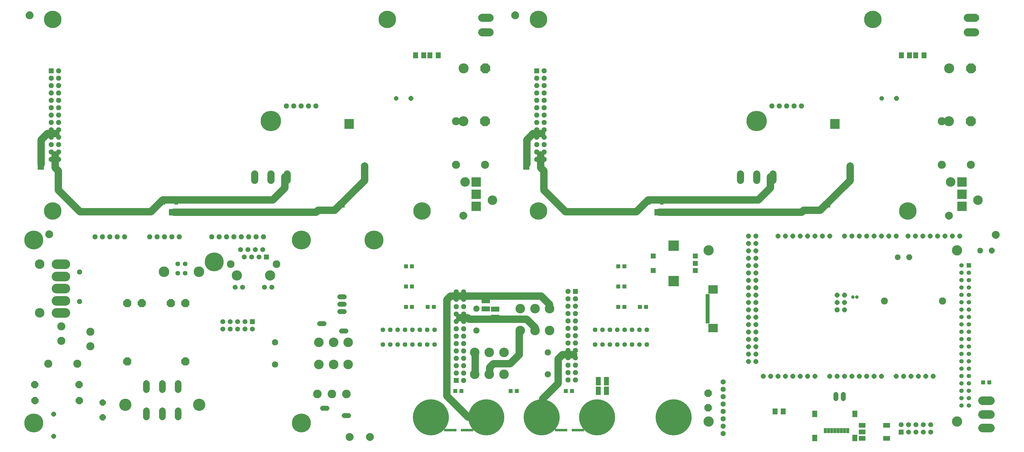
<source format=gbs>
G75*
G70*
%OFA0B0*%
%FSLAX24Y24*%
%IPPOS*%
%LPD*%
%AMOC8*
5,1,8,0,0,1.08239X$1,22.5*
%
%ADD10C,0.1000*%
%ADD11C,0.0973*%
%ADD12C,0.2759*%
%ADD13R,0.0674X0.0674*%
%ADD14OC8,0.0674*%
%ADD15C,0.1360*%
%ADD16OC8,0.1360*%
%ADD17C,0.1100*%
%ADD18OC8,0.0640*%
%ADD19OC8,0.0600*%
%ADD20OC8,0.0973*%
%ADD21C,0.0907*%
%ADD22OC8,0.0840*%
%ADD23C,0.1653*%
%ADD24C,0.1100*%
%ADD25C,0.0674*%
%ADD26C,0.0674*%
%ADD27C,0.0640*%
%ADD28C,0.1436*%
%ADD29C,0.1039*%
%ADD30C,0.1386*%
%ADD31OC8,0.0680*%
%ADD32C,0.0477*%
%ADD33C,0.0946*%
%ADD34OC8,0.0946*%
%ADD35OC8,0.0634*%
%ADD36C,0.1299*%
%ADD37C,0.0848*%
%ADD38C,0.4885*%
%ADD39R,0.0552X0.0552*%
%ADD40C,0.1172*%
%ADD41C,0.0595*%
%ADD42R,0.0595X0.0595*%
%ADD43C,0.0634*%
%ADD44R,0.0710X0.0789*%
%ADD45C,0.0095*%
%ADD46C,0.0050*%
%ADD47C,0.0780*%
%ADD48OC8,0.0780*%
%ADD49C,0.1299*%
%ADD50R,0.0710X0.1143*%
%ADD51R,0.1143X0.0710*%
%ADD52R,0.0710X0.0790*%
%ADD53OC8,0.0996*%
%ADD54R,0.1680X0.0380*%
%ADD55R,0.1287X0.1169*%
%ADD56R,0.0552X0.0198*%
%ADD57R,0.1393X0.1393*%
%ADD58OC8,0.1100*%
%ADD59C,0.0680*%
%ADD60C,0.1169*%
%ADD61R,0.0395X0.0671*%
%ADD62R,0.0651X0.0867*%
%ADD63R,0.1299X0.1299*%
%ADD64R,0.0516X0.0516*%
%ADD65C,0.2365*%
%ADD66C,0.2562*%
D10*
X061012Y009503D02*
X063862Y006653D01*
X066287Y006653D01*
X066312Y006628D01*
X061012Y009503D02*
X061012Y022528D01*
X061012Y022553D02*
X061512Y023053D01*
X072962Y023053D01*
X073062Y023053D02*
X073787Y023053D01*
X074912Y021928D01*
X074912Y021403D01*
X072987Y018753D02*
X071812Y019928D01*
X064012Y019928D01*
X063812Y020128D01*
X062737Y020128D01*
X070812Y018303D02*
X070812Y015128D01*
X069562Y013878D01*
X067312Y013878D01*
X066812Y013378D01*
X066812Y012453D01*
X064837Y012553D02*
X064837Y015353D01*
X072987Y018453D02*
X072987Y018753D01*
X076687Y015103D02*
X076087Y014503D01*
X076087Y011228D01*
X073962Y009103D01*
X073962Y006703D01*
X076687Y015103D02*
X078162Y015103D01*
X077079Y034478D02*
X086679Y034478D01*
X088279Y036078D01*
X103179Y036078D01*
X104754Y037653D01*
X104804Y037728D02*
X104804Y039228D01*
X109304Y034678D02*
X111554Y034678D01*
X115604Y038728D01*
X115604Y040678D01*
X109304Y034678D02*
X109054Y034428D01*
X089779Y034428D01*
X077079Y034478D02*
X074154Y037403D01*
X074154Y040003D01*
X073704Y040453D01*
X073704Y042178D01*
X071829Y040903D02*
X071829Y044228D01*
X072679Y045078D01*
X073829Y045078D01*
X049856Y040678D02*
X049856Y038728D01*
X045806Y034678D01*
X043556Y034678D01*
X043306Y034428D01*
X024031Y034428D01*
X022531Y036078D02*
X037431Y036078D01*
X039006Y037653D01*
X039056Y037728D02*
X039056Y039228D01*
X022531Y036078D02*
X020931Y034478D01*
X011331Y034478D01*
X008406Y037403D01*
X008406Y040003D01*
X007956Y040453D01*
X007956Y042178D01*
X006081Y040903D02*
X006081Y044228D01*
X006931Y045078D01*
X008081Y045078D01*
D11*
X034973Y039622D02*
X034973Y038737D01*
X037173Y038737D02*
X037173Y039622D01*
X039373Y039622D02*
X039373Y038737D01*
X100722Y038737D02*
X100722Y039622D01*
X102922Y039622D02*
X102922Y038737D01*
X105122Y038737D02*
X105122Y039622D01*
D12*
X102922Y046779D03*
X037173Y046779D03*
D13*
X007438Y053594D03*
X036577Y028352D03*
X034662Y019578D03*
X062273Y011618D03*
X078414Y023673D03*
X088945Y026504D03*
X088945Y028472D03*
X094654Y028472D03*
X094654Y027488D03*
X094654Y026504D03*
X122517Y004628D03*
X073186Y053594D03*
D14*
X073186Y052594D03*
X074186Y052594D03*
X074186Y053594D03*
X074186Y051594D03*
X074186Y050594D03*
X073186Y050594D03*
X073186Y051594D03*
X073186Y049594D03*
X074186Y049594D03*
X074186Y048594D03*
X074186Y047594D03*
X073186Y047594D03*
X073186Y048594D03*
X073186Y046594D03*
X073186Y045594D03*
X074186Y045594D03*
X074186Y046594D03*
X074186Y044594D03*
X073186Y044594D03*
X073186Y043594D03*
X073186Y042594D03*
X074186Y042594D03*
X074186Y043594D03*
X074186Y041594D03*
X073186Y041594D03*
X043256Y048803D03*
X042256Y048803D03*
X041256Y048803D03*
X040256Y048803D03*
X039256Y048803D03*
X008438Y048594D03*
X008438Y047594D03*
X007438Y047594D03*
X007438Y048594D03*
X007438Y049594D03*
X008438Y049594D03*
X008438Y050594D03*
X007438Y050594D03*
X007438Y051594D03*
X008438Y051594D03*
X008438Y052594D03*
X007438Y052594D03*
X008438Y053594D03*
X008438Y046594D03*
X008438Y045594D03*
X007438Y045594D03*
X007438Y046594D03*
X007438Y044594D03*
X008438Y044594D03*
X008438Y043594D03*
X008438Y042594D03*
X007438Y042594D03*
X007438Y043594D03*
X007438Y041594D03*
X008438Y041594D03*
X013387Y031078D03*
X014387Y031078D03*
X015387Y031078D03*
X016387Y031078D03*
X017387Y031078D03*
X020762Y031078D03*
X021762Y031078D03*
X022762Y031078D03*
X023762Y031078D03*
X024762Y031078D03*
X029162Y031078D03*
X030162Y031078D03*
X031162Y031078D03*
X032162Y031078D03*
X033162Y031078D03*
X034162Y031078D03*
X035162Y031078D03*
X036162Y031078D03*
X062273Y023618D03*
X063273Y023618D03*
X063273Y022618D03*
X062273Y022618D03*
X062273Y021618D03*
X063273Y021618D03*
X063273Y020618D03*
X062273Y020618D03*
X062273Y019618D03*
X063273Y019618D03*
X063273Y018618D03*
X063273Y017618D03*
X062273Y017618D03*
X062273Y018618D03*
X062273Y016618D03*
X063273Y016618D03*
X063273Y015618D03*
X062273Y015618D03*
X062273Y014618D03*
X063273Y014618D03*
X063273Y013618D03*
X063273Y012618D03*
X062273Y012618D03*
X062273Y013618D03*
X063273Y011618D03*
X077414Y011673D03*
X078414Y011673D03*
X078414Y012673D03*
X077414Y012673D03*
X077414Y013673D03*
X078414Y013673D03*
X078414Y014673D03*
X077414Y014673D03*
X077414Y015673D03*
X077414Y016673D03*
X078414Y016673D03*
X078414Y015673D03*
X078414Y017673D03*
X077414Y017673D03*
X077414Y018673D03*
X078414Y018673D03*
X078414Y019673D03*
X077414Y019673D03*
X077414Y020673D03*
X077414Y021673D03*
X078414Y021673D03*
X078414Y020673D03*
X078414Y022673D03*
X077414Y022673D03*
X077414Y023673D03*
X098417Y011428D03*
X098417Y010428D03*
X098417Y009428D03*
X098417Y008428D03*
X098417Y007428D03*
X098417Y006428D03*
X098417Y005428D03*
X098417Y004428D03*
X105004Y048803D03*
X106004Y048803D03*
X107004Y048803D03*
X108004Y048803D03*
X109004Y048803D03*
D15*
X128978Y046753D03*
X129003Y053903D03*
X063255Y053903D03*
X063230Y046753D03*
D16*
X066183Y046753D03*
X066208Y053903D03*
X131956Y053903D03*
X131931Y046753D03*
D17*
X131504Y058803D02*
X132504Y058803D01*
X132504Y060772D02*
X131504Y060772D01*
X066756Y060772D02*
X065756Y060772D01*
X065756Y058803D02*
X066756Y058803D01*
D18*
X007762Y004053D03*
X007762Y007053D03*
X056131Y049853D03*
X121879Y049853D03*
D19*
X119879Y049853D03*
X054131Y049853D03*
D20*
X011197Y011049D03*
X011222Y008868D03*
X005222Y008868D03*
X005197Y011049D03*
D21*
X020312Y011216D02*
X020312Y010391D01*
X022462Y010391D02*
X022462Y011216D01*
X024612Y011216D02*
X024612Y010391D01*
X024612Y007516D02*
X024612Y006691D01*
X022462Y006691D02*
X022462Y007516D01*
X020312Y007516D02*
X020312Y006691D01*
D22*
X014412Y006628D03*
X014412Y008628D03*
D23*
X017487Y008328D03*
X027487Y008328D03*
D24*
X012730Y016229D03*
X008793Y016977D03*
X012730Y018204D03*
X008793Y018952D03*
X007025Y013893D03*
X010962Y013893D03*
X062243Y040851D03*
X066180Y040851D03*
X066180Y046756D03*
X062243Y046756D03*
X127991Y046756D03*
X131928Y046756D03*
X131928Y040851D03*
X127991Y040851D03*
D25*
X114687Y009725D02*
X114687Y009131D01*
X113687Y009131D02*
X113687Y009725D01*
X047109Y020953D02*
X046515Y020953D01*
X046515Y021953D02*
X047109Y021953D01*
X047109Y022953D02*
X046515Y022953D01*
D26*
X037317Y024234D03*
X036317Y024234D03*
X033337Y024234D03*
X032337Y024234D03*
X033577Y028352D03*
X034577Y028352D03*
X035577Y028352D03*
X035077Y029352D03*
X034077Y029352D03*
X033077Y029352D03*
X036077Y029352D03*
X033662Y019578D03*
X032662Y019578D03*
X031662Y019578D03*
X030662Y019578D03*
X030662Y018578D03*
X031662Y018578D03*
X032662Y018578D03*
X033662Y018578D03*
X034662Y018578D03*
X122517Y005628D03*
X123517Y005628D03*
X124517Y005628D03*
X125517Y005628D03*
X126517Y005628D03*
X126517Y004628D03*
X125517Y004628D03*
X124517Y004628D03*
X123517Y004628D03*
D27*
X025555Y026158D03*
X024571Y026158D03*
X024571Y027418D03*
X025555Y027418D03*
D28*
X027433Y026355D03*
X022693Y026355D03*
D29*
X031727Y027384D03*
X037927Y027384D03*
D30*
X037077Y025852D03*
X032577Y025852D03*
X096425Y029259D03*
X130087Y029259D03*
X130087Y006031D03*
X096425Y006031D03*
D31*
X113837Y021193D03*
X011262Y022328D03*
X011262Y026328D03*
D32*
X115966Y022928D03*
X116517Y022928D03*
D33*
X120237Y022378D03*
D34*
X128107Y022378D03*
D35*
X114837Y022193D03*
X113837Y022193D03*
X113837Y023193D03*
X114837Y023193D03*
X114837Y021193D03*
X102837Y021193D03*
X101837Y021193D03*
X101837Y020193D03*
X102837Y020193D03*
X102837Y019193D03*
X101837Y019193D03*
X101837Y018193D03*
X102837Y018193D03*
X102837Y017193D03*
X101837Y017193D03*
X101837Y016193D03*
X101837Y015193D03*
X102837Y015193D03*
X102837Y016193D03*
X102837Y014193D03*
X101837Y014193D03*
X103837Y012193D03*
X104837Y012193D03*
X105837Y012193D03*
X106837Y012193D03*
X107837Y012193D03*
X108837Y012193D03*
X109837Y012193D03*
X110837Y012193D03*
X112837Y012193D03*
X113837Y012193D03*
X114837Y012193D03*
X115837Y012193D03*
X116837Y012193D03*
X117837Y012193D03*
X118837Y012193D03*
X119837Y012193D03*
X121837Y012193D03*
X122837Y012193D03*
X123837Y012193D03*
X124837Y012193D03*
X125837Y012193D03*
X126837Y012193D03*
X102837Y022193D03*
X101837Y022193D03*
X101837Y023193D03*
X101837Y024193D03*
X102837Y024193D03*
X102837Y023193D03*
X102837Y025193D03*
X101837Y025193D03*
X101837Y026193D03*
X102837Y026193D03*
X102837Y027193D03*
X101837Y027193D03*
X101837Y028193D03*
X101837Y029193D03*
X102837Y029193D03*
X102837Y028193D03*
X102837Y030193D03*
X101837Y030193D03*
X101837Y031193D03*
X102837Y031193D03*
X105837Y031193D03*
X106837Y031193D03*
X107837Y031193D03*
X108837Y031193D03*
X109837Y031193D03*
X110837Y031193D03*
X111837Y031193D03*
X112837Y031193D03*
X114837Y031193D03*
X115837Y031193D03*
X116837Y031193D03*
X117837Y031193D03*
X118837Y031193D03*
X119837Y031193D03*
X120837Y031193D03*
X121837Y031193D03*
X123437Y031193D03*
X124437Y031193D03*
X125437Y031193D03*
X126437Y031193D03*
X127437Y031193D03*
X128437Y031193D03*
X129437Y031193D03*
X130437Y031193D03*
D36*
X132914Y036030D03*
X129213Y038510D03*
X074910Y021342D03*
X072926Y021342D03*
X070941Y021342D03*
X070941Y018365D03*
X072926Y018365D03*
X074910Y018365D03*
X068732Y015417D03*
X066748Y015417D03*
X064764Y015417D03*
X064764Y012440D03*
X066748Y012440D03*
X068732Y012440D03*
X047647Y013790D03*
X045663Y013790D03*
X043679Y013790D03*
X043679Y016767D03*
X045663Y016767D03*
X047647Y016767D03*
X005863Y020764D03*
X005863Y027378D03*
X063465Y038510D03*
X067166Y036030D03*
D37*
X064989Y021342D03*
X064989Y018365D03*
X074685Y015417D03*
X074685Y012440D03*
X037726Y013790D03*
X037726Y016767D03*
D38*
X058847Y006622D03*
X066347Y006622D03*
X073847Y006622D03*
X081347Y006622D03*
X091701Y006622D03*
D39*
X077941Y010165D03*
X077114Y010165D03*
X070461Y010165D03*
X069634Y010165D03*
X062981Y010165D03*
X062154Y010165D03*
X059240Y021582D03*
X058414Y021582D03*
X056288Y021582D03*
X055461Y021582D03*
X055461Y024338D03*
X056288Y024338D03*
X056288Y027094D03*
X055461Y027094D03*
X084201Y027094D03*
X085028Y027094D03*
X085028Y024338D03*
X084201Y024338D03*
X084201Y021582D03*
X085028Y021582D03*
X087154Y021582D03*
X087981Y021582D03*
X133617Y011346D03*
X134444Y011346D03*
D40*
X134563Y008865D02*
X133498Y008865D01*
X133498Y007015D02*
X134563Y007015D01*
X134563Y005165D02*
X133498Y005165D01*
D41*
X131662Y008196D03*
X130662Y008196D03*
X130662Y009196D03*
X131662Y009196D03*
X131662Y010196D03*
X130662Y010196D03*
X130662Y011196D03*
X131662Y011196D03*
X131662Y012196D03*
X130662Y012196D03*
X130662Y013196D03*
X131662Y013196D03*
X131662Y014196D03*
X130662Y014196D03*
X130662Y015196D03*
X131662Y015196D03*
X131662Y016196D03*
X130662Y016196D03*
X130662Y017196D03*
X131662Y017196D03*
X131662Y018196D03*
X130662Y018196D03*
X130662Y019196D03*
X131662Y019196D03*
X131662Y020196D03*
X130662Y020196D03*
X130662Y021196D03*
X131662Y021196D03*
X131662Y022196D03*
X130662Y022196D03*
X130662Y023196D03*
X131662Y023196D03*
X131662Y024196D03*
X130662Y024196D03*
X130662Y025196D03*
X131662Y025196D03*
X131662Y026196D03*
X130662Y026196D03*
X130662Y027196D03*
D42*
X131662Y027196D03*
D43*
X088071Y018464D03*
X087071Y018464D03*
X086071Y018464D03*
X085071Y018464D03*
X084071Y018464D03*
X083071Y018464D03*
X082071Y018464D03*
X081071Y018464D03*
X081071Y016464D03*
X082071Y016464D03*
X083071Y016464D03*
X084071Y016464D03*
X085071Y016464D03*
X086071Y016464D03*
X087071Y016464D03*
X088071Y016464D03*
X059331Y016464D03*
X058331Y016464D03*
X057331Y016464D03*
X056331Y016464D03*
X055331Y016464D03*
X054331Y016464D03*
X053331Y016464D03*
X052331Y016464D03*
X052331Y018464D03*
X053331Y018464D03*
X054331Y018464D03*
X055331Y018464D03*
X056331Y018464D03*
X057331Y018464D03*
X058331Y018464D03*
X059331Y018464D03*
D44*
X105440Y007403D03*
X106543Y007403D03*
X122528Y055678D03*
X123630Y055678D03*
X057882Y055678D03*
X056780Y055678D03*
D45*
X116807Y005271D02*
X117619Y005271D01*
X116807Y005271D02*
X116807Y005807D01*
X117619Y005807D01*
X117619Y005271D01*
X117619Y005365D02*
X116807Y005365D01*
X116807Y005459D02*
X117619Y005459D01*
X117619Y005553D02*
X116807Y005553D01*
X116807Y005647D02*
X117619Y005647D01*
X117619Y005741D02*
X116807Y005741D01*
X116807Y004385D02*
X117619Y004385D01*
X116807Y004385D02*
X116807Y004921D01*
X117619Y004921D01*
X117619Y004385D01*
X117619Y004479D02*
X116807Y004479D01*
X116807Y004573D02*
X117619Y004573D01*
X117619Y004667D02*
X116807Y004667D01*
X116807Y004761D02*
X117619Y004761D01*
X117619Y004855D02*
X116807Y004855D01*
X116807Y003499D02*
X117619Y003499D01*
X116807Y003499D02*
X116807Y004035D01*
X117619Y004035D01*
X117619Y003499D01*
X117619Y003593D02*
X116807Y003593D01*
X116807Y003687D02*
X117619Y003687D01*
X117619Y003781D02*
X116807Y003781D01*
X116807Y003875D02*
X117619Y003875D01*
X117619Y003969D02*
X116807Y003969D01*
X120114Y003499D02*
X120926Y003499D01*
X120114Y003499D02*
X120114Y004035D01*
X120926Y004035D01*
X120926Y003499D01*
X120926Y003593D02*
X120114Y003593D01*
X120114Y003687D02*
X120926Y003687D01*
X120926Y003781D02*
X120114Y003781D01*
X120114Y003875D02*
X120926Y003875D01*
X120926Y003969D02*
X120114Y003969D01*
X120114Y005271D02*
X120926Y005271D01*
X120114Y005271D02*
X120114Y005807D01*
X120926Y005807D01*
X120926Y005271D01*
X120926Y005365D02*
X120114Y005365D01*
X120114Y005459D02*
X120926Y005459D01*
X120926Y005553D02*
X120114Y005553D01*
X120114Y005647D02*
X120926Y005647D01*
X120926Y005741D02*
X120114Y005741D01*
D46*
X135067Y030920D02*
X134995Y030970D01*
X134934Y031032D01*
X134884Y031103D01*
X134847Y031182D01*
X134824Y031267D01*
X134817Y031353D01*
X134824Y031440D01*
X134847Y031524D01*
X134884Y031603D01*
X134934Y031675D01*
X134995Y031736D01*
X135067Y031786D01*
X135146Y031823D01*
X135230Y031846D01*
X135317Y031853D01*
X135404Y031846D01*
X135488Y031823D01*
X135567Y031786D01*
X135638Y031736D01*
X135700Y031675D01*
X135750Y031603D01*
X135787Y031524D01*
X135809Y031440D01*
X135817Y031353D01*
X135809Y031267D01*
X135787Y031182D01*
X135750Y031103D01*
X135700Y031032D01*
X135638Y030970D01*
X135567Y030920D01*
X135488Y030884D01*
X135404Y030861D01*
X135317Y030853D01*
X135230Y030861D01*
X135146Y030884D01*
X135067Y030920D01*
X135073Y030917D02*
X135561Y030917D01*
X135632Y030966D02*
X135001Y030966D01*
X134951Y031014D02*
X135682Y031014D01*
X135721Y031063D02*
X134912Y031063D01*
X134880Y031111D02*
X135753Y031111D01*
X135776Y031160D02*
X134857Y031160D01*
X134840Y031208D02*
X135794Y031208D01*
X135807Y031257D02*
X134827Y031257D01*
X134821Y031305D02*
X135812Y031305D01*
X135817Y031354D02*
X134817Y031354D01*
X134821Y031402D02*
X135812Y031402D01*
X135806Y031451D02*
X134827Y031451D01*
X134840Y031499D02*
X135793Y031499D01*
X135776Y031548D02*
X134858Y031548D01*
X134880Y031596D02*
X135753Y031596D01*
X135721Y031645D02*
X134913Y031645D01*
X134952Y031693D02*
X135681Y031693D01*
X135630Y031742D02*
X135003Y031742D01*
X135076Y031790D02*
X135558Y031790D01*
X135429Y031839D02*
X135205Y031839D01*
X135200Y030869D02*
X135434Y030869D01*
X129412Y033703D02*
X129449Y033782D01*
X129472Y033867D01*
X129479Y033953D01*
X129472Y034040D01*
X129449Y034124D01*
X129412Y034203D01*
X129362Y034275D01*
X129301Y034336D01*
X129229Y034386D01*
X129150Y034423D01*
X129066Y034446D01*
X128979Y034453D01*
X128892Y034446D01*
X128808Y034423D01*
X128729Y034386D01*
X128658Y034336D01*
X128596Y034275D01*
X128546Y034203D01*
X128509Y034124D01*
X128487Y034040D01*
X128479Y033953D01*
X128487Y033867D01*
X128509Y033782D01*
X128546Y033703D01*
X128596Y033632D01*
X128658Y033570D01*
X128729Y033520D01*
X128808Y033484D01*
X128892Y033461D01*
X128979Y033453D01*
X129066Y033461D01*
X129150Y033484D01*
X129229Y033520D01*
X129301Y033570D01*
X129362Y033632D01*
X129412Y033703D01*
X129397Y033682D02*
X128561Y033682D01*
X128534Y033731D02*
X129425Y033731D01*
X129447Y033779D02*
X128511Y033779D01*
X128497Y033828D02*
X129461Y033828D01*
X129472Y033876D02*
X128486Y033876D01*
X128482Y033925D02*
X129477Y033925D01*
X129477Y033973D02*
X128481Y033973D01*
X128485Y034022D02*
X129473Y034022D01*
X129464Y034070D02*
X128495Y034070D01*
X128508Y034119D02*
X129451Y034119D01*
X129429Y034167D02*
X128529Y034167D01*
X128555Y034216D02*
X129404Y034216D01*
X129370Y034264D02*
X128589Y034264D01*
X128634Y034313D02*
X129324Y034313D01*
X129265Y034361D02*
X128693Y034361D01*
X128779Y034410D02*
X129180Y034410D01*
X129363Y033634D02*
X128595Y033634D01*
X128643Y033585D02*
X129315Y033585D01*
X129252Y033537D02*
X128706Y033537D01*
X128799Y033488D02*
X129160Y033488D01*
X070687Y060853D02*
X070637Y060782D01*
X070576Y060720D01*
X070504Y060670D01*
X070425Y060634D01*
X070341Y060611D01*
X070254Y060603D01*
X070167Y060611D01*
X070083Y060634D01*
X070004Y060670D01*
X069933Y060720D01*
X069871Y060782D01*
X069821Y060853D01*
X069784Y060932D01*
X069762Y061017D01*
X069754Y061103D01*
X069762Y061190D01*
X069784Y061274D01*
X069821Y061353D01*
X069871Y061425D01*
X069933Y061486D01*
X070004Y061536D01*
X070083Y061573D01*
X070167Y061596D01*
X070254Y061603D01*
X070341Y061596D01*
X070425Y061573D01*
X070504Y061536D01*
X070576Y061486D01*
X070637Y061425D01*
X070687Y061353D01*
X070724Y061274D01*
X070747Y061190D01*
X070754Y061103D01*
X070747Y061017D01*
X070724Y060932D01*
X070687Y060853D01*
X070679Y060842D02*
X069829Y060842D01*
X069804Y060891D02*
X070705Y060891D01*
X070726Y060939D02*
X069783Y060939D01*
X069770Y060988D02*
X070739Y060988D01*
X070748Y061036D02*
X069760Y061036D01*
X069756Y061085D02*
X070753Y061085D01*
X070752Y061133D02*
X069757Y061133D01*
X069761Y061182D02*
X070747Y061182D01*
X070736Y061230D02*
X069773Y061230D01*
X069786Y061279D02*
X070722Y061279D01*
X070699Y061327D02*
X069809Y061327D01*
X069837Y061376D02*
X070672Y061376D01*
X070638Y061424D02*
X069871Y061424D01*
X069919Y061473D02*
X070589Y061473D01*
X070526Y061521D02*
X069982Y061521D01*
X070076Y061570D02*
X070433Y061570D01*
X070645Y060794D02*
X069863Y060794D01*
X069908Y060745D02*
X070600Y060745D01*
X070542Y060697D02*
X069967Y060697D01*
X070052Y060648D02*
X070457Y060648D01*
X063402Y034423D02*
X063481Y034386D01*
X063553Y034336D01*
X063614Y034275D01*
X063664Y034203D01*
X063701Y034124D01*
X063724Y034040D01*
X063731Y033953D01*
X063724Y033867D01*
X063701Y033782D01*
X063664Y033703D01*
X063614Y033632D01*
X063553Y033570D01*
X063481Y033520D01*
X063402Y033484D01*
X063318Y033461D01*
X063231Y033453D01*
X063144Y033461D01*
X063060Y033484D01*
X062981Y033520D01*
X062910Y033570D01*
X062848Y033632D01*
X062798Y033703D01*
X062761Y033782D01*
X062739Y033867D01*
X062731Y033953D01*
X062739Y034040D01*
X062761Y034124D01*
X062798Y034203D01*
X062848Y034275D01*
X062910Y034336D01*
X062981Y034386D01*
X063060Y034423D01*
X063144Y034446D01*
X063231Y034453D01*
X063318Y034446D01*
X063402Y034423D01*
X063432Y034410D02*
X063031Y034410D01*
X062945Y034361D02*
X063517Y034361D01*
X063576Y034313D02*
X062886Y034313D01*
X062841Y034264D02*
X063622Y034264D01*
X063656Y034216D02*
X062807Y034216D01*
X062781Y034167D02*
X063681Y034167D01*
X063703Y034119D02*
X062760Y034119D01*
X062747Y034070D02*
X063716Y034070D01*
X063725Y034022D02*
X062737Y034022D01*
X062733Y033973D02*
X063729Y033973D01*
X063729Y033925D02*
X062734Y033925D01*
X062738Y033876D02*
X063724Y033876D01*
X063713Y033828D02*
X062749Y033828D01*
X062763Y033779D02*
X063699Y033779D01*
X063677Y033731D02*
X062785Y033731D01*
X062813Y033682D02*
X063649Y033682D01*
X063615Y033634D02*
X062847Y033634D01*
X062895Y033585D02*
X063567Y033585D01*
X063504Y033537D02*
X062958Y033537D01*
X063051Y033488D02*
X063412Y033488D01*
X007662Y031428D02*
X007654Y031342D01*
X007632Y031257D01*
X007595Y031178D01*
X007545Y031107D01*
X007483Y031045D01*
X007412Y030995D01*
X007333Y030959D01*
X007249Y030936D01*
X007162Y030928D01*
X007075Y030936D01*
X006991Y030959D01*
X006912Y030995D01*
X006840Y031045D01*
X006779Y031107D01*
X006729Y031178D01*
X006692Y031257D01*
X007631Y031257D01*
X007644Y031305D02*
X006679Y031305D01*
X006669Y031342D02*
X006662Y031428D01*
X006669Y031515D01*
X006692Y031599D01*
X006729Y031678D01*
X006779Y031750D01*
X006840Y031811D01*
X006912Y031861D01*
X006991Y031898D01*
X007075Y031921D01*
X007162Y031928D01*
X007249Y031921D01*
X007333Y031898D01*
X007412Y031861D01*
X007483Y031811D01*
X007545Y031750D01*
X007595Y031678D01*
X007632Y031599D01*
X007654Y031515D01*
X007662Y031428D01*
X007660Y031451D02*
X006664Y031451D01*
X006664Y031402D02*
X007659Y031402D01*
X007655Y031354D02*
X006668Y031354D01*
X006669Y031342D02*
X006692Y031257D01*
X006715Y031208D02*
X007609Y031208D01*
X007582Y031160D02*
X006742Y031160D01*
X006775Y031111D02*
X007548Y031111D01*
X007501Y031063D02*
X006823Y031063D01*
X006884Y031014D02*
X007439Y031014D01*
X007349Y030966D02*
X006975Y030966D01*
X006668Y031499D02*
X007655Y031499D01*
X007645Y031548D02*
X006678Y031548D01*
X006691Y031596D02*
X007632Y031596D01*
X007610Y031645D02*
X006713Y031645D01*
X006739Y031693D02*
X007584Y031693D01*
X007550Y031742D02*
X006773Y031742D01*
X006819Y031790D02*
X007504Y031790D01*
X007444Y031839D02*
X006880Y031839D01*
X006968Y031887D02*
X007356Y031887D01*
X047515Y004336D02*
X047587Y004386D01*
X047666Y004423D01*
X047750Y004446D01*
X047837Y004453D01*
X047924Y004446D01*
X048008Y004423D01*
X048087Y004386D01*
X048158Y004336D01*
X048220Y004275D01*
X048270Y004203D01*
X048307Y004124D01*
X048329Y004040D01*
X048337Y003953D01*
X048329Y003867D01*
X048307Y003782D01*
X048270Y003703D01*
X048220Y003632D01*
X048158Y003570D01*
X048087Y003520D01*
X048008Y003484D01*
X047924Y003461D01*
X047837Y003453D01*
X047750Y003461D01*
X047666Y003484D01*
X047587Y003520D01*
X047515Y003570D01*
X047454Y003632D01*
X047404Y003703D01*
X047367Y003782D01*
X047344Y003867D01*
X047337Y003953D01*
X047344Y004040D01*
X047367Y004124D01*
X047404Y004203D01*
X047454Y004275D01*
X047515Y004336D01*
X047520Y004339D02*
X048154Y004339D01*
X048204Y004291D02*
X047470Y004291D01*
X047431Y004242D02*
X048242Y004242D01*
X048274Y004194D02*
X047399Y004194D01*
X047377Y004145D02*
X048297Y004145D01*
X048314Y004097D02*
X047359Y004097D01*
X047346Y004048D02*
X048327Y004048D01*
X048333Y004000D02*
X047341Y004000D01*
X047337Y003951D02*
X048337Y003951D01*
X048332Y003903D02*
X047341Y003903D01*
X047348Y003854D02*
X048326Y003854D01*
X048313Y003806D02*
X047361Y003806D01*
X047378Y003757D02*
X048295Y003757D01*
X048272Y003709D02*
X047401Y003709D01*
X047434Y003660D02*
X048240Y003660D01*
X048200Y003612D02*
X047474Y003612D01*
X047525Y003563D02*
X048148Y003563D01*
X048075Y003515D02*
X047598Y003515D01*
X047730Y003466D02*
X047944Y003466D01*
X048083Y004388D02*
X047590Y004388D01*
X047715Y004436D02*
X047959Y004436D01*
X050094Y004040D02*
X050117Y004124D01*
X050154Y004203D01*
X050204Y004275D01*
X050265Y004336D01*
X050337Y004386D01*
X050416Y004423D01*
X050500Y004446D01*
X050587Y004453D01*
X050674Y004446D01*
X050758Y004423D01*
X050837Y004386D01*
X050908Y004336D01*
X050970Y004275D01*
X051020Y004203D01*
X051057Y004124D01*
X051079Y004040D01*
X051087Y003953D01*
X051079Y003867D01*
X051057Y003782D01*
X051020Y003703D01*
X050970Y003632D01*
X050908Y003570D01*
X050837Y003520D01*
X050758Y003484D01*
X050674Y003461D01*
X050587Y003453D01*
X050500Y003461D01*
X050416Y003484D01*
X050337Y003520D01*
X050265Y003570D01*
X050204Y003632D01*
X050154Y003703D01*
X050117Y003782D01*
X050094Y003867D01*
X050087Y003953D01*
X050094Y004040D01*
X050096Y004048D02*
X051077Y004048D01*
X051083Y004000D02*
X050091Y004000D01*
X050087Y003951D02*
X051087Y003951D01*
X051082Y003903D02*
X050091Y003903D01*
X050098Y003854D02*
X051076Y003854D01*
X051063Y003806D02*
X050111Y003806D01*
X050128Y003757D02*
X051045Y003757D01*
X051022Y003709D02*
X050151Y003709D01*
X050184Y003660D02*
X050990Y003660D01*
X050950Y003612D02*
X050224Y003612D01*
X050275Y003563D02*
X050898Y003563D01*
X050825Y003515D02*
X050348Y003515D01*
X050480Y003466D02*
X050694Y003466D01*
X051064Y004097D02*
X050109Y004097D01*
X050127Y004145D02*
X051047Y004145D01*
X051024Y004194D02*
X050149Y004194D01*
X050181Y004242D02*
X050992Y004242D01*
X050954Y004291D02*
X050220Y004291D01*
X050270Y004339D02*
X050904Y004339D01*
X050833Y004388D02*
X050340Y004388D01*
X050465Y004436D02*
X050709Y004436D01*
X004828Y060720D02*
X004756Y060670D01*
X004677Y060634D01*
X004593Y060611D01*
X004506Y060603D01*
X004419Y060611D01*
X004335Y060634D01*
X004256Y060670D01*
X004185Y060720D01*
X004123Y060782D01*
X004073Y060853D01*
X004036Y060932D01*
X004014Y061017D01*
X004006Y061103D01*
X004014Y061190D01*
X004036Y061274D01*
X004073Y061353D01*
X004123Y061425D01*
X004185Y061486D01*
X004256Y061536D01*
X004335Y061573D01*
X004419Y061596D01*
X004506Y061603D01*
X004593Y061596D01*
X004677Y061573D01*
X004756Y061536D01*
X004828Y061486D01*
X004889Y061425D01*
X004939Y061353D01*
X004976Y061274D01*
X004999Y061190D01*
X005006Y061103D01*
X004999Y061017D01*
X004976Y060932D01*
X004939Y060853D01*
X004889Y060782D01*
X004828Y060720D01*
X004852Y060745D02*
X004160Y060745D01*
X004115Y060794D02*
X004897Y060794D01*
X004931Y060842D02*
X004081Y060842D01*
X004056Y060891D02*
X004957Y060891D01*
X004978Y060939D02*
X004034Y060939D01*
X004022Y060988D02*
X004991Y060988D01*
X005000Y061036D02*
X004012Y061036D01*
X004008Y061085D02*
X005005Y061085D01*
X005004Y061133D02*
X004009Y061133D01*
X004013Y061182D02*
X004999Y061182D01*
X004988Y061230D02*
X004024Y061230D01*
X004038Y061279D02*
X004974Y061279D01*
X004951Y061327D02*
X004061Y061327D01*
X004089Y061376D02*
X004924Y061376D01*
X004890Y061424D02*
X004123Y061424D01*
X004171Y061473D02*
X004841Y061473D01*
X004778Y061521D02*
X004234Y061521D01*
X004328Y061570D02*
X004685Y061570D01*
X004794Y060697D02*
X004219Y060697D01*
X004304Y060648D02*
X004709Y060648D01*
D47*
X122029Y028328D03*
X133199Y029228D03*
D48*
X134774Y029228D03*
X123604Y028328D03*
D49*
X009327Y027378D02*
X008146Y027378D01*
X008146Y025725D02*
X009327Y025725D01*
X009327Y024071D02*
X008146Y024071D01*
X008146Y022418D02*
X009327Y022418D01*
X009327Y020764D02*
X008146Y020764D01*
D50*
X081510Y011503D03*
X082613Y011503D03*
X082613Y010228D03*
X081510Y010228D03*
D51*
X067537Y020177D03*
X067537Y021280D03*
X066262Y021302D03*
X066262Y022405D03*
D52*
X059841Y055678D03*
X058721Y055678D03*
X124469Y055678D03*
X125589Y055678D03*
D53*
X096362Y009872D03*
X096362Y007903D03*
D54*
X078748Y004878D03*
X076488Y004878D03*
X063723Y004878D03*
X061463Y004878D03*
D55*
X097037Y018698D03*
X097037Y023958D03*
D56*
X096289Y023198D03*
X096289Y023002D03*
X096289Y022805D03*
X096289Y022608D03*
X096289Y022411D03*
X096289Y022214D03*
X096289Y022017D03*
X096289Y021820D03*
X096289Y021624D03*
X096289Y021427D03*
X096289Y021230D03*
X096289Y021033D03*
X096289Y020836D03*
X096289Y020639D03*
X096289Y020443D03*
X096289Y020246D03*
X096289Y020049D03*
X096289Y019852D03*
X096289Y019655D03*
X096289Y019458D03*
D57*
X091701Y025086D03*
X091701Y029889D03*
D58*
X025599Y022065D03*
X023630Y022065D03*
X019693Y022065D03*
X017725Y022065D03*
X017725Y014191D03*
X025599Y014191D03*
D59*
X043785Y019328D02*
X044385Y019328D01*
X046738Y018328D02*
X047338Y018328D01*
X044760Y007853D02*
X044160Y007853D01*
X047113Y006853D02*
X047713Y006853D01*
D60*
X047410Y009771D03*
X045441Y009771D03*
X043473Y009771D03*
D61*
X112230Y004828D03*
X112663Y004828D03*
X113096Y004828D03*
X113529Y004828D03*
X113962Y004828D03*
X114396Y004828D03*
X114829Y004828D03*
X115262Y004828D03*
D62*
X116226Y003805D03*
X110813Y003805D03*
X110813Y007072D03*
X116226Y007072D03*
D63*
X130729Y035203D03*
X130729Y036857D03*
X130729Y038510D03*
X064981Y038510D03*
X064981Y036857D03*
X064981Y035203D03*
D64*
X071579Y040428D03*
X071954Y040428D03*
X071954Y040853D03*
X071579Y040853D03*
X088379Y036078D03*
X088379Y035678D03*
X090104Y035678D03*
X090104Y036078D03*
X089779Y034603D03*
X089779Y034228D03*
X089354Y034228D03*
X089354Y034603D03*
X112254Y035278D03*
X112254Y035678D03*
X112679Y035678D03*
X112679Y035278D03*
X113129Y045953D03*
X113529Y045953D03*
X113929Y045953D03*
X113929Y046378D03*
X113529Y046378D03*
X113129Y046378D03*
X113129Y046803D03*
X113529Y046803D03*
X113929Y046803D03*
X048181Y046803D03*
X047781Y046803D03*
X047381Y046803D03*
X047381Y046378D03*
X047781Y046378D03*
X048181Y046378D03*
X048181Y045953D03*
X047781Y045953D03*
X047381Y045953D03*
X046931Y035678D03*
X046931Y035278D03*
X046506Y035278D03*
X046506Y035678D03*
X024356Y035678D03*
X024356Y036078D03*
X024031Y034603D03*
X024031Y034228D03*
X023606Y034228D03*
X023606Y034603D03*
X022631Y035678D03*
X022631Y036078D03*
X006206Y040428D03*
X005831Y040428D03*
X005831Y040853D03*
X006206Y040853D03*
D65*
X007646Y034574D03*
X057646Y034574D03*
X073394Y034574D03*
X123394Y034574D03*
X118670Y060559D03*
X073394Y060559D03*
X052922Y060559D03*
X007646Y060559D03*
D66*
X005087Y030637D03*
X029496Y027685D03*
X041307Y030637D03*
X051150Y030637D03*
X041307Y005834D03*
X005087Y005834D03*
M02*

</source>
